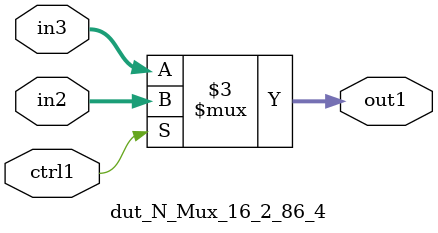
<source format=v>

`timescale 1ps / 1ps


module dut_N_Mux_16_2_86_4( in3, in2, ctrl1, out1 );

    input [15:0] in3;
    input [15:0] in2;
    input ctrl1;
    output [15:0] out1;
    reg [15:0] out1;

    
    // rtl_process:dut_N_Mux_16_2_86_4/dut_N_Mux_16_2_86_4_thread_1
    always @*
      begin : dut_N_Mux_16_2_86_4_thread_1
        case (ctrl1) 
          1'b1: 
            begin
              out1 = in2;
            end
          default: 
            begin
              out1 = in3;
            end
        endcase
      end

endmodule



</source>
